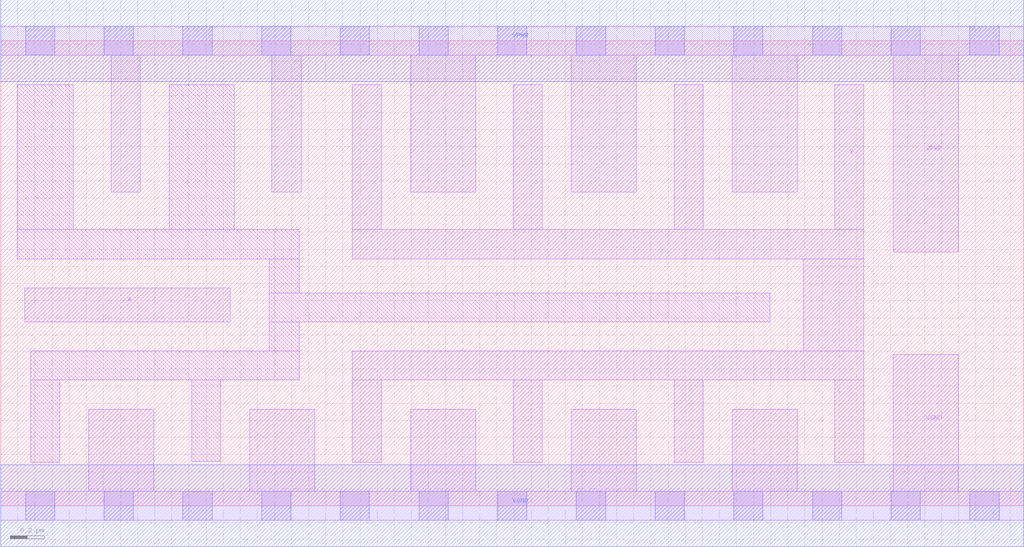
<source format=lef>
# Copyright 2020 The SkyWater PDK Authors
#
# Licensed under the Apache License, Version 2.0 (the "License");
# you may not use this file except in compliance with the License.
# You may obtain a copy of the License at
#
#     https://www.apache.org/licenses/LICENSE-2.0
#
# Unless required by applicable law or agreed to in writing, software
# distributed under the License is distributed on an "AS IS" BASIS,
# WITHOUT WARRANTIES OR CONDITIONS OF ANY KIND, either express or implied.
# See the License for the specific language governing permissions and
# limitations under the License.
#
# SPDX-License-Identifier: Apache-2.0

VERSION 5.7 ;
BUSBITCHARS "[]" ;
DIVIDERCHAR "/" ;
PROPERTYDEFINITIONS
  MACRO maskLayoutSubType STRING ;
  MACRO prCellType STRING ;
  MACRO originalViewName STRING ;
END PROPERTYDEFINITIONS
MACRO sky130_fd_sc_hdll__buf_8
  ORIGIN  0.000000  0.000000 ;
  CLASS CORE ;
  SYMMETRY X Y R90 ;
  SIZE  5.980000 BY  2.720000 ;
  SITE unithd ;
  PIN A
    ANTENNAGATEAREA  0.832500 ;
    DIRECTION INPUT ;
    USE SIGNAL ;
    PORT
      LAYER li1 ;
        RECT 0.140000 1.075000 1.340000 1.275000 ;
    END
  END A
  PIN X
    ANTENNADIFFAREA  2.024500 ;
    DIRECTION OUTPUT ;
    USE SIGNAL ;
    PORT
      LAYER li1 ;
        RECT 2.055000 0.255000 2.225000 0.735000 ;
        RECT 2.055000 0.735000 5.045000 0.905000 ;
        RECT 2.055000 1.445000 5.045000 1.615000 ;
        RECT 2.055000 1.615000 2.225000 2.465000 ;
        RECT 2.995000 0.255000 3.165000 0.735000 ;
        RECT 2.995000 1.615000 3.165000 2.465000 ;
        RECT 3.935000 0.255000 4.105000 0.735000 ;
        RECT 3.935000 1.615000 4.105000 2.465000 ;
        RECT 4.690000 0.905000 5.045000 1.445000 ;
        RECT 4.875000 0.255000 5.045000 0.735000 ;
        RECT 4.875000 1.615000 5.045000 2.465000 ;
    END
  END X
  PIN VGND
    DIRECTION INOUT ;
    USE GROUND ;
    PORT
      LAYER li1 ;
        RECT 0.000000 -0.085000 5.980000 0.085000 ;
        RECT 0.515000  0.085000 0.895000 0.565000 ;
        RECT 1.455000  0.085000 1.835000 0.565000 ;
        RECT 2.395000  0.085000 2.775000 0.565000 ;
        RECT 3.335000  0.085000 3.715000 0.565000 ;
        RECT 4.275000  0.085000 4.655000 0.565000 ;
        RECT 5.215000  0.085000 5.595000 0.885000 ;
      LAYER met1 ;
        RECT 0.000000 -0.240000 5.980000 0.240000 ;
    END
  END VGND
  PIN VPWR
    DIRECTION INOUT ;
    USE POWER ;
    PORT
      LAYER li1 ;
        RECT 0.000000 2.635000 5.980000 2.805000 ;
        RECT 0.645000 1.835000 0.815000 2.635000 ;
        RECT 1.585000 1.835000 1.755000 2.635000 ;
        RECT 2.395000 1.835000 2.775000 2.635000 ;
        RECT 3.335000 1.835000 3.715000 2.635000 ;
        RECT 4.275000 1.835000 4.655000 2.635000 ;
        RECT 5.215000 1.485000 5.595000 2.635000 ;
      LAYER met1 ;
        RECT 0.000000 2.480000 5.980000 2.960000 ;
    END
  END VPWR
  OBS
    LAYER li1 ;
      RECT 0.095000 1.445000 1.745000 1.615000 ;
      RECT 0.095000 1.615000 0.425000 2.465000 ;
      RECT 0.175000 0.255000 0.345000 0.735000 ;
      RECT 0.175000 0.735000 1.745000 0.905000 ;
      RECT 0.985000 1.615000 1.365000 2.465000 ;
      RECT 1.115000 0.260000 1.285000 0.735000 ;
      RECT 1.570000 0.905000 1.745000 1.075000 ;
      RECT 1.570000 1.075000 4.495000 1.245000 ;
      RECT 1.570000 1.245000 1.745000 1.445000 ;
    LAYER mcon ;
      RECT 0.145000 -0.085000 0.315000 0.085000 ;
      RECT 0.145000  2.635000 0.315000 2.805000 ;
      RECT 0.605000 -0.085000 0.775000 0.085000 ;
      RECT 0.605000  2.635000 0.775000 2.805000 ;
      RECT 1.065000 -0.085000 1.235000 0.085000 ;
      RECT 1.065000  2.635000 1.235000 2.805000 ;
      RECT 1.525000 -0.085000 1.695000 0.085000 ;
      RECT 1.525000  2.635000 1.695000 2.805000 ;
      RECT 1.985000 -0.085000 2.155000 0.085000 ;
      RECT 1.985000  2.635000 2.155000 2.805000 ;
      RECT 2.445000 -0.085000 2.615000 0.085000 ;
      RECT 2.445000  2.635000 2.615000 2.805000 ;
      RECT 2.905000 -0.085000 3.075000 0.085000 ;
      RECT 2.905000  2.635000 3.075000 2.805000 ;
      RECT 3.365000 -0.085000 3.535000 0.085000 ;
      RECT 3.365000  2.635000 3.535000 2.805000 ;
      RECT 3.825000 -0.085000 3.995000 0.085000 ;
      RECT 3.825000  2.635000 3.995000 2.805000 ;
      RECT 4.285000 -0.085000 4.455000 0.085000 ;
      RECT 4.285000  2.635000 4.455000 2.805000 ;
      RECT 4.745000 -0.085000 4.915000 0.085000 ;
      RECT 4.745000  2.635000 4.915000 2.805000 ;
      RECT 5.205000 -0.085000 5.375000 0.085000 ;
      RECT 5.205000  2.635000 5.375000 2.805000 ;
      RECT 5.665000 -0.085000 5.835000 0.085000 ;
      RECT 5.665000  2.635000 5.835000 2.805000 ;
  END
  PROPERTY maskLayoutSubType "abstract" ;
  PROPERTY prCellType "standard" ;
  PROPERTY originalViewName "layout" ;
END sky130_fd_sc_hdll__buf_8
END LIBRARY

</source>
